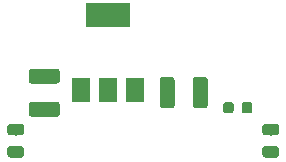
<source format=gbr>
G04 #@! TF.GenerationSoftware,KiCad,Pcbnew,(5.1.2)-2*
G04 #@! TF.CreationDate,2019-08-10T11:19:50-04:00*
G04 #@! TF.ProjectId,toyota-angle-sensor,746f796f-7461-42d6-916e-676c652d7365,rev?*
G04 #@! TF.SameCoordinates,Original*
G04 #@! TF.FileFunction,Paste,Top*
G04 #@! TF.FilePolarity,Positive*
%FSLAX46Y46*%
G04 Gerber Fmt 4.6, Leading zero omitted, Abs format (unit mm)*
G04 Created by KiCad (PCBNEW (5.1.2)-2) date 2019-08-10 11:19:50*
%MOMM*%
%LPD*%
G04 APERTURE LIST*
%ADD10C,0.100000*%
%ADD11C,0.875000*%
%ADD12C,1.250000*%
%ADD13R,1.500000X2.000000*%
%ADD14R,3.800000X2.000000*%
%ADD15C,0.975000*%
G04 APERTURE END LIST*
D10*
G36*
X134580691Y-129066053D02*
G01*
X134601926Y-129069203D01*
X134622750Y-129074419D01*
X134642962Y-129081651D01*
X134662368Y-129090830D01*
X134680781Y-129101866D01*
X134698024Y-129114654D01*
X134713930Y-129129070D01*
X134728346Y-129144976D01*
X134741134Y-129162219D01*
X134752170Y-129180632D01*
X134761349Y-129200038D01*
X134768581Y-129220250D01*
X134773797Y-129241074D01*
X134776947Y-129262309D01*
X134778000Y-129283750D01*
X134778000Y-129796250D01*
X134776947Y-129817691D01*
X134773797Y-129838926D01*
X134768581Y-129859750D01*
X134761349Y-129879962D01*
X134752170Y-129899368D01*
X134741134Y-129917781D01*
X134728346Y-129935024D01*
X134713930Y-129950930D01*
X134698024Y-129965346D01*
X134680781Y-129978134D01*
X134662368Y-129989170D01*
X134642962Y-129998349D01*
X134622750Y-130005581D01*
X134601926Y-130010797D01*
X134580691Y-130013947D01*
X134559250Y-130015000D01*
X134121750Y-130015000D01*
X134100309Y-130013947D01*
X134079074Y-130010797D01*
X134058250Y-130005581D01*
X134038038Y-129998349D01*
X134018632Y-129989170D01*
X134000219Y-129978134D01*
X133982976Y-129965346D01*
X133967070Y-129950930D01*
X133952654Y-129935024D01*
X133939866Y-129917781D01*
X133928830Y-129899368D01*
X133919651Y-129879962D01*
X133912419Y-129859750D01*
X133907203Y-129838926D01*
X133904053Y-129817691D01*
X133903000Y-129796250D01*
X133903000Y-129283750D01*
X133904053Y-129262309D01*
X133907203Y-129241074D01*
X133912419Y-129220250D01*
X133919651Y-129200038D01*
X133928830Y-129180632D01*
X133939866Y-129162219D01*
X133952654Y-129144976D01*
X133967070Y-129129070D01*
X133982976Y-129114654D01*
X134000219Y-129101866D01*
X134018632Y-129090830D01*
X134038038Y-129081651D01*
X134058250Y-129074419D01*
X134079074Y-129069203D01*
X134100309Y-129066053D01*
X134121750Y-129065000D01*
X134559250Y-129065000D01*
X134580691Y-129066053D01*
X134580691Y-129066053D01*
G37*
D11*
X134340500Y-129540000D03*
D10*
G36*
X136155691Y-129066053D02*
G01*
X136176926Y-129069203D01*
X136197750Y-129074419D01*
X136217962Y-129081651D01*
X136237368Y-129090830D01*
X136255781Y-129101866D01*
X136273024Y-129114654D01*
X136288930Y-129129070D01*
X136303346Y-129144976D01*
X136316134Y-129162219D01*
X136327170Y-129180632D01*
X136336349Y-129200038D01*
X136343581Y-129220250D01*
X136348797Y-129241074D01*
X136351947Y-129262309D01*
X136353000Y-129283750D01*
X136353000Y-129796250D01*
X136351947Y-129817691D01*
X136348797Y-129838926D01*
X136343581Y-129859750D01*
X136336349Y-129879962D01*
X136327170Y-129899368D01*
X136316134Y-129917781D01*
X136303346Y-129935024D01*
X136288930Y-129950930D01*
X136273024Y-129965346D01*
X136255781Y-129978134D01*
X136237368Y-129989170D01*
X136217962Y-129998349D01*
X136197750Y-130005581D01*
X136176926Y-130010797D01*
X136155691Y-130013947D01*
X136134250Y-130015000D01*
X135696750Y-130015000D01*
X135675309Y-130013947D01*
X135654074Y-130010797D01*
X135633250Y-130005581D01*
X135613038Y-129998349D01*
X135593632Y-129989170D01*
X135575219Y-129978134D01*
X135557976Y-129965346D01*
X135542070Y-129950930D01*
X135527654Y-129935024D01*
X135514866Y-129917781D01*
X135503830Y-129899368D01*
X135494651Y-129879962D01*
X135487419Y-129859750D01*
X135482203Y-129838926D01*
X135479053Y-129817691D01*
X135478000Y-129796250D01*
X135478000Y-129283750D01*
X135479053Y-129262309D01*
X135482203Y-129241074D01*
X135487419Y-129220250D01*
X135494651Y-129200038D01*
X135503830Y-129180632D01*
X135514866Y-129162219D01*
X135527654Y-129144976D01*
X135542070Y-129129070D01*
X135557976Y-129114654D01*
X135575219Y-129101866D01*
X135593632Y-129090830D01*
X135613038Y-129081651D01*
X135633250Y-129074419D01*
X135654074Y-129069203D01*
X135675309Y-129066053D01*
X135696750Y-129065000D01*
X136134250Y-129065000D01*
X136155691Y-129066053D01*
X136155691Y-129066053D01*
G37*
D11*
X135915500Y-129540000D03*
D10*
G36*
X132355504Y-126946204D02*
G01*
X132379773Y-126949804D01*
X132403571Y-126955765D01*
X132426671Y-126964030D01*
X132448849Y-126974520D01*
X132469893Y-126987133D01*
X132489598Y-127001747D01*
X132507777Y-127018223D01*
X132524253Y-127036402D01*
X132538867Y-127056107D01*
X132551480Y-127077151D01*
X132561970Y-127099329D01*
X132570235Y-127122429D01*
X132576196Y-127146227D01*
X132579796Y-127170496D01*
X132581000Y-127195000D01*
X132581000Y-129345000D01*
X132579796Y-129369504D01*
X132576196Y-129393773D01*
X132570235Y-129417571D01*
X132561970Y-129440671D01*
X132551480Y-129462849D01*
X132538867Y-129483893D01*
X132524253Y-129503598D01*
X132507777Y-129521777D01*
X132489598Y-129538253D01*
X132469893Y-129552867D01*
X132448849Y-129565480D01*
X132426671Y-129575970D01*
X132403571Y-129584235D01*
X132379773Y-129590196D01*
X132355504Y-129593796D01*
X132331000Y-129595000D01*
X131581000Y-129595000D01*
X131556496Y-129593796D01*
X131532227Y-129590196D01*
X131508429Y-129584235D01*
X131485329Y-129575970D01*
X131463151Y-129565480D01*
X131442107Y-129552867D01*
X131422402Y-129538253D01*
X131404223Y-129521777D01*
X131387747Y-129503598D01*
X131373133Y-129483893D01*
X131360520Y-129462849D01*
X131350030Y-129440671D01*
X131341765Y-129417571D01*
X131335804Y-129393773D01*
X131332204Y-129369504D01*
X131331000Y-129345000D01*
X131331000Y-127195000D01*
X131332204Y-127170496D01*
X131335804Y-127146227D01*
X131341765Y-127122429D01*
X131350030Y-127099329D01*
X131360520Y-127077151D01*
X131373133Y-127056107D01*
X131387747Y-127036402D01*
X131404223Y-127018223D01*
X131422402Y-127001747D01*
X131442107Y-126987133D01*
X131463151Y-126974520D01*
X131485329Y-126964030D01*
X131508429Y-126955765D01*
X131532227Y-126949804D01*
X131556496Y-126946204D01*
X131581000Y-126945000D01*
X132331000Y-126945000D01*
X132355504Y-126946204D01*
X132355504Y-126946204D01*
G37*
D12*
X131956000Y-128270000D03*
D10*
G36*
X129555504Y-126946204D02*
G01*
X129579773Y-126949804D01*
X129603571Y-126955765D01*
X129626671Y-126964030D01*
X129648849Y-126974520D01*
X129669893Y-126987133D01*
X129689598Y-127001747D01*
X129707777Y-127018223D01*
X129724253Y-127036402D01*
X129738867Y-127056107D01*
X129751480Y-127077151D01*
X129761970Y-127099329D01*
X129770235Y-127122429D01*
X129776196Y-127146227D01*
X129779796Y-127170496D01*
X129781000Y-127195000D01*
X129781000Y-129345000D01*
X129779796Y-129369504D01*
X129776196Y-129393773D01*
X129770235Y-129417571D01*
X129761970Y-129440671D01*
X129751480Y-129462849D01*
X129738867Y-129483893D01*
X129724253Y-129503598D01*
X129707777Y-129521777D01*
X129689598Y-129538253D01*
X129669893Y-129552867D01*
X129648849Y-129565480D01*
X129626671Y-129575970D01*
X129603571Y-129584235D01*
X129579773Y-129590196D01*
X129555504Y-129593796D01*
X129531000Y-129595000D01*
X128781000Y-129595000D01*
X128756496Y-129593796D01*
X128732227Y-129590196D01*
X128708429Y-129584235D01*
X128685329Y-129575970D01*
X128663151Y-129565480D01*
X128642107Y-129552867D01*
X128622402Y-129538253D01*
X128604223Y-129521777D01*
X128587747Y-129503598D01*
X128573133Y-129483893D01*
X128560520Y-129462849D01*
X128550030Y-129440671D01*
X128541765Y-129417571D01*
X128535804Y-129393773D01*
X128532204Y-129369504D01*
X128531000Y-129345000D01*
X128531000Y-127195000D01*
X128532204Y-127170496D01*
X128535804Y-127146227D01*
X128541765Y-127122429D01*
X128550030Y-127099329D01*
X128560520Y-127077151D01*
X128573133Y-127056107D01*
X128587747Y-127036402D01*
X128604223Y-127018223D01*
X128622402Y-127001747D01*
X128642107Y-126987133D01*
X128663151Y-126974520D01*
X128685329Y-126964030D01*
X128708429Y-126955765D01*
X128732227Y-126949804D01*
X128756496Y-126946204D01*
X128781000Y-126945000D01*
X129531000Y-126945000D01*
X129555504Y-126946204D01*
X129555504Y-126946204D01*
G37*
D12*
X129156000Y-128270000D03*
D10*
G36*
X119844504Y-126246204D02*
G01*
X119868773Y-126249804D01*
X119892571Y-126255765D01*
X119915671Y-126264030D01*
X119937849Y-126274520D01*
X119958893Y-126287133D01*
X119978598Y-126301747D01*
X119996777Y-126318223D01*
X120013253Y-126336402D01*
X120027867Y-126356107D01*
X120040480Y-126377151D01*
X120050970Y-126399329D01*
X120059235Y-126422429D01*
X120065196Y-126446227D01*
X120068796Y-126470496D01*
X120070000Y-126495000D01*
X120070000Y-127245000D01*
X120068796Y-127269504D01*
X120065196Y-127293773D01*
X120059235Y-127317571D01*
X120050970Y-127340671D01*
X120040480Y-127362849D01*
X120027867Y-127383893D01*
X120013253Y-127403598D01*
X119996777Y-127421777D01*
X119978598Y-127438253D01*
X119958893Y-127452867D01*
X119937849Y-127465480D01*
X119915671Y-127475970D01*
X119892571Y-127484235D01*
X119868773Y-127490196D01*
X119844504Y-127493796D01*
X119820000Y-127495000D01*
X117670000Y-127495000D01*
X117645496Y-127493796D01*
X117621227Y-127490196D01*
X117597429Y-127484235D01*
X117574329Y-127475970D01*
X117552151Y-127465480D01*
X117531107Y-127452867D01*
X117511402Y-127438253D01*
X117493223Y-127421777D01*
X117476747Y-127403598D01*
X117462133Y-127383893D01*
X117449520Y-127362849D01*
X117439030Y-127340671D01*
X117430765Y-127317571D01*
X117424804Y-127293773D01*
X117421204Y-127269504D01*
X117420000Y-127245000D01*
X117420000Y-126495000D01*
X117421204Y-126470496D01*
X117424804Y-126446227D01*
X117430765Y-126422429D01*
X117439030Y-126399329D01*
X117449520Y-126377151D01*
X117462133Y-126356107D01*
X117476747Y-126336402D01*
X117493223Y-126318223D01*
X117511402Y-126301747D01*
X117531107Y-126287133D01*
X117552151Y-126274520D01*
X117574329Y-126264030D01*
X117597429Y-126255765D01*
X117621227Y-126249804D01*
X117645496Y-126246204D01*
X117670000Y-126245000D01*
X119820000Y-126245000D01*
X119844504Y-126246204D01*
X119844504Y-126246204D01*
G37*
D12*
X118745000Y-126870000D03*
D10*
G36*
X119844504Y-129046204D02*
G01*
X119868773Y-129049804D01*
X119892571Y-129055765D01*
X119915671Y-129064030D01*
X119937849Y-129074520D01*
X119958893Y-129087133D01*
X119978598Y-129101747D01*
X119996777Y-129118223D01*
X120013253Y-129136402D01*
X120027867Y-129156107D01*
X120040480Y-129177151D01*
X120050970Y-129199329D01*
X120059235Y-129222429D01*
X120065196Y-129246227D01*
X120068796Y-129270496D01*
X120070000Y-129295000D01*
X120070000Y-130045000D01*
X120068796Y-130069504D01*
X120065196Y-130093773D01*
X120059235Y-130117571D01*
X120050970Y-130140671D01*
X120040480Y-130162849D01*
X120027867Y-130183893D01*
X120013253Y-130203598D01*
X119996777Y-130221777D01*
X119978598Y-130238253D01*
X119958893Y-130252867D01*
X119937849Y-130265480D01*
X119915671Y-130275970D01*
X119892571Y-130284235D01*
X119868773Y-130290196D01*
X119844504Y-130293796D01*
X119820000Y-130295000D01*
X117670000Y-130295000D01*
X117645496Y-130293796D01*
X117621227Y-130290196D01*
X117597429Y-130284235D01*
X117574329Y-130275970D01*
X117552151Y-130265480D01*
X117531107Y-130252867D01*
X117511402Y-130238253D01*
X117493223Y-130221777D01*
X117476747Y-130203598D01*
X117462133Y-130183893D01*
X117449520Y-130162849D01*
X117439030Y-130140671D01*
X117430765Y-130117571D01*
X117424804Y-130093773D01*
X117421204Y-130069504D01*
X117420000Y-130045000D01*
X117420000Y-129295000D01*
X117421204Y-129270496D01*
X117424804Y-129246227D01*
X117430765Y-129222429D01*
X117439030Y-129199329D01*
X117449520Y-129177151D01*
X117462133Y-129156107D01*
X117476747Y-129136402D01*
X117493223Y-129118223D01*
X117511402Y-129101747D01*
X117531107Y-129087133D01*
X117552151Y-129074520D01*
X117574329Y-129064030D01*
X117597429Y-129055765D01*
X117621227Y-129049804D01*
X117645496Y-129046204D01*
X117670000Y-129045000D01*
X119820000Y-129045000D01*
X119844504Y-129046204D01*
X119844504Y-129046204D01*
G37*
D12*
X118745000Y-129670000D03*
D13*
X121855200Y-128016400D03*
X126455200Y-128016400D03*
X124155200Y-128016400D03*
D14*
X124155200Y-121716400D03*
D10*
G36*
X138402142Y-130910174D02*
G01*
X138425803Y-130913684D01*
X138449007Y-130919496D01*
X138471529Y-130927554D01*
X138493153Y-130937782D01*
X138513670Y-130950079D01*
X138532883Y-130964329D01*
X138550607Y-130980393D01*
X138566671Y-130998117D01*
X138580921Y-131017330D01*
X138593218Y-131037847D01*
X138603446Y-131059471D01*
X138611504Y-131081993D01*
X138617316Y-131105197D01*
X138620826Y-131128858D01*
X138622000Y-131152750D01*
X138622000Y-131640250D01*
X138620826Y-131664142D01*
X138617316Y-131687803D01*
X138611504Y-131711007D01*
X138603446Y-131733529D01*
X138593218Y-131755153D01*
X138580921Y-131775670D01*
X138566671Y-131794883D01*
X138550607Y-131812607D01*
X138532883Y-131828671D01*
X138513670Y-131842921D01*
X138493153Y-131855218D01*
X138471529Y-131865446D01*
X138449007Y-131873504D01*
X138425803Y-131879316D01*
X138402142Y-131882826D01*
X138378250Y-131884000D01*
X137465750Y-131884000D01*
X137441858Y-131882826D01*
X137418197Y-131879316D01*
X137394993Y-131873504D01*
X137372471Y-131865446D01*
X137350847Y-131855218D01*
X137330330Y-131842921D01*
X137311117Y-131828671D01*
X137293393Y-131812607D01*
X137277329Y-131794883D01*
X137263079Y-131775670D01*
X137250782Y-131755153D01*
X137240554Y-131733529D01*
X137232496Y-131711007D01*
X137226684Y-131687803D01*
X137223174Y-131664142D01*
X137222000Y-131640250D01*
X137222000Y-131152750D01*
X137223174Y-131128858D01*
X137226684Y-131105197D01*
X137232496Y-131081993D01*
X137240554Y-131059471D01*
X137250782Y-131037847D01*
X137263079Y-131017330D01*
X137277329Y-130998117D01*
X137293393Y-130980393D01*
X137311117Y-130964329D01*
X137330330Y-130950079D01*
X137350847Y-130937782D01*
X137372471Y-130927554D01*
X137394993Y-130919496D01*
X137418197Y-130913684D01*
X137441858Y-130910174D01*
X137465750Y-130909000D01*
X138378250Y-130909000D01*
X138402142Y-130910174D01*
X138402142Y-130910174D01*
G37*
D15*
X137922000Y-131396500D03*
D10*
G36*
X138402142Y-132785174D02*
G01*
X138425803Y-132788684D01*
X138449007Y-132794496D01*
X138471529Y-132802554D01*
X138493153Y-132812782D01*
X138513670Y-132825079D01*
X138532883Y-132839329D01*
X138550607Y-132855393D01*
X138566671Y-132873117D01*
X138580921Y-132892330D01*
X138593218Y-132912847D01*
X138603446Y-132934471D01*
X138611504Y-132956993D01*
X138617316Y-132980197D01*
X138620826Y-133003858D01*
X138622000Y-133027750D01*
X138622000Y-133515250D01*
X138620826Y-133539142D01*
X138617316Y-133562803D01*
X138611504Y-133586007D01*
X138603446Y-133608529D01*
X138593218Y-133630153D01*
X138580921Y-133650670D01*
X138566671Y-133669883D01*
X138550607Y-133687607D01*
X138532883Y-133703671D01*
X138513670Y-133717921D01*
X138493153Y-133730218D01*
X138471529Y-133740446D01*
X138449007Y-133748504D01*
X138425803Y-133754316D01*
X138402142Y-133757826D01*
X138378250Y-133759000D01*
X137465750Y-133759000D01*
X137441858Y-133757826D01*
X137418197Y-133754316D01*
X137394993Y-133748504D01*
X137372471Y-133740446D01*
X137350847Y-133730218D01*
X137330330Y-133717921D01*
X137311117Y-133703671D01*
X137293393Y-133687607D01*
X137277329Y-133669883D01*
X137263079Y-133650670D01*
X137250782Y-133630153D01*
X137240554Y-133608529D01*
X137232496Y-133586007D01*
X137226684Y-133562803D01*
X137223174Y-133539142D01*
X137222000Y-133515250D01*
X137222000Y-133027750D01*
X137223174Y-133003858D01*
X137226684Y-132980197D01*
X137232496Y-132956993D01*
X137240554Y-132934471D01*
X137250782Y-132912847D01*
X137263079Y-132892330D01*
X137277329Y-132873117D01*
X137293393Y-132855393D01*
X137311117Y-132839329D01*
X137330330Y-132825079D01*
X137350847Y-132812782D01*
X137372471Y-132802554D01*
X137394993Y-132794496D01*
X137418197Y-132788684D01*
X137441858Y-132785174D01*
X137465750Y-132784000D01*
X138378250Y-132784000D01*
X138402142Y-132785174D01*
X138402142Y-132785174D01*
G37*
D15*
X137922000Y-133271500D03*
D10*
G36*
X116812142Y-130910174D02*
G01*
X116835803Y-130913684D01*
X116859007Y-130919496D01*
X116881529Y-130927554D01*
X116903153Y-130937782D01*
X116923670Y-130950079D01*
X116942883Y-130964329D01*
X116960607Y-130980393D01*
X116976671Y-130998117D01*
X116990921Y-131017330D01*
X117003218Y-131037847D01*
X117013446Y-131059471D01*
X117021504Y-131081993D01*
X117027316Y-131105197D01*
X117030826Y-131128858D01*
X117032000Y-131152750D01*
X117032000Y-131640250D01*
X117030826Y-131664142D01*
X117027316Y-131687803D01*
X117021504Y-131711007D01*
X117013446Y-131733529D01*
X117003218Y-131755153D01*
X116990921Y-131775670D01*
X116976671Y-131794883D01*
X116960607Y-131812607D01*
X116942883Y-131828671D01*
X116923670Y-131842921D01*
X116903153Y-131855218D01*
X116881529Y-131865446D01*
X116859007Y-131873504D01*
X116835803Y-131879316D01*
X116812142Y-131882826D01*
X116788250Y-131884000D01*
X115875750Y-131884000D01*
X115851858Y-131882826D01*
X115828197Y-131879316D01*
X115804993Y-131873504D01*
X115782471Y-131865446D01*
X115760847Y-131855218D01*
X115740330Y-131842921D01*
X115721117Y-131828671D01*
X115703393Y-131812607D01*
X115687329Y-131794883D01*
X115673079Y-131775670D01*
X115660782Y-131755153D01*
X115650554Y-131733529D01*
X115642496Y-131711007D01*
X115636684Y-131687803D01*
X115633174Y-131664142D01*
X115632000Y-131640250D01*
X115632000Y-131152750D01*
X115633174Y-131128858D01*
X115636684Y-131105197D01*
X115642496Y-131081993D01*
X115650554Y-131059471D01*
X115660782Y-131037847D01*
X115673079Y-131017330D01*
X115687329Y-130998117D01*
X115703393Y-130980393D01*
X115721117Y-130964329D01*
X115740330Y-130950079D01*
X115760847Y-130937782D01*
X115782471Y-130927554D01*
X115804993Y-130919496D01*
X115828197Y-130913684D01*
X115851858Y-130910174D01*
X115875750Y-130909000D01*
X116788250Y-130909000D01*
X116812142Y-130910174D01*
X116812142Y-130910174D01*
G37*
D15*
X116332000Y-131396500D03*
D10*
G36*
X116812142Y-132785174D02*
G01*
X116835803Y-132788684D01*
X116859007Y-132794496D01*
X116881529Y-132802554D01*
X116903153Y-132812782D01*
X116923670Y-132825079D01*
X116942883Y-132839329D01*
X116960607Y-132855393D01*
X116976671Y-132873117D01*
X116990921Y-132892330D01*
X117003218Y-132912847D01*
X117013446Y-132934471D01*
X117021504Y-132956993D01*
X117027316Y-132980197D01*
X117030826Y-133003858D01*
X117032000Y-133027750D01*
X117032000Y-133515250D01*
X117030826Y-133539142D01*
X117027316Y-133562803D01*
X117021504Y-133586007D01*
X117013446Y-133608529D01*
X117003218Y-133630153D01*
X116990921Y-133650670D01*
X116976671Y-133669883D01*
X116960607Y-133687607D01*
X116942883Y-133703671D01*
X116923670Y-133717921D01*
X116903153Y-133730218D01*
X116881529Y-133740446D01*
X116859007Y-133748504D01*
X116835803Y-133754316D01*
X116812142Y-133757826D01*
X116788250Y-133759000D01*
X115875750Y-133759000D01*
X115851858Y-133757826D01*
X115828197Y-133754316D01*
X115804993Y-133748504D01*
X115782471Y-133740446D01*
X115760847Y-133730218D01*
X115740330Y-133717921D01*
X115721117Y-133703671D01*
X115703393Y-133687607D01*
X115687329Y-133669883D01*
X115673079Y-133650670D01*
X115660782Y-133630153D01*
X115650554Y-133608529D01*
X115642496Y-133586007D01*
X115636684Y-133562803D01*
X115633174Y-133539142D01*
X115632000Y-133515250D01*
X115632000Y-133027750D01*
X115633174Y-133003858D01*
X115636684Y-132980197D01*
X115642496Y-132956993D01*
X115650554Y-132934471D01*
X115660782Y-132912847D01*
X115673079Y-132892330D01*
X115687329Y-132873117D01*
X115703393Y-132855393D01*
X115721117Y-132839329D01*
X115740330Y-132825079D01*
X115760847Y-132812782D01*
X115782471Y-132802554D01*
X115804993Y-132794496D01*
X115828197Y-132788684D01*
X115851858Y-132785174D01*
X115875750Y-132784000D01*
X116788250Y-132784000D01*
X116812142Y-132785174D01*
X116812142Y-132785174D01*
G37*
D15*
X116332000Y-133271500D03*
M02*

</source>
